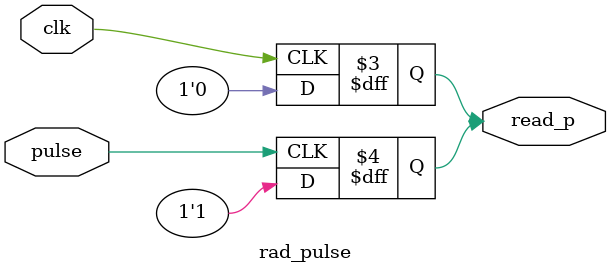
<source format=v>
`timescale 1ns / 1ps


module rad_pulse(input clk,pulse, output reg read_p);

always@(posedge pulse)
    begin
        read_p=1'b1;
    end

always@(negedge clk)
    begin
        read_p = 1'b0;
    end 

endmodule

</source>
